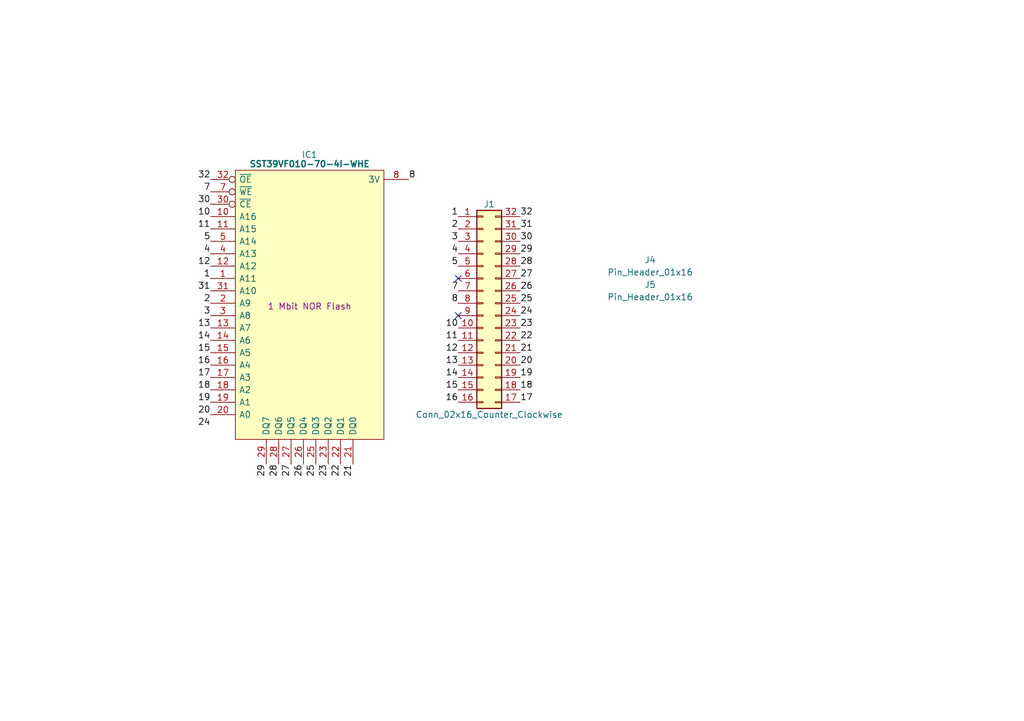
<source format=kicad_sch>
(kicad_sch (version 20250114) (generator "eeschema") (generator_version "9.0")
  (paper "A5")
  (title_block (title "TSSOP32-14mm Adapter") (date "2025-03-14") (rev "V0"))
  (lib_symbols
    (symbol "Connector_Generic:Conn_02x16_Counter_Clockwise" (pin_names (offset 1.016) (hide yes))
      (property "Reference" "J" (at 1.27 20.32 0))
      (property "Value" "Conn_02x16_Counter_Clockwise" (at 1.27 -22.86 0))
      (symbol "Conn_02x16_Counter_Clockwise_1_1"
        (rectangle (start -1.27 19.05) (end 3.81 -21.59) (stroke (width 0.254)) (fill (type background)))
        (rectangle (start -1.27 17.907) (end 0 17.653) (stroke (width 0.1524)))
        (rectangle (start -1.27 15.367) (end 0 15.113) (stroke (width 0.1524)))
        (rectangle (start -1.27 12.827) (end 0 12.573) (stroke (width 0.1524)))
        (rectangle (start -1.27 10.287) (end 0 10.033) (stroke (width 0.1524)))
        (rectangle (start -1.27 7.747) (end 0 7.493) (stroke (width 0.1524)))
        (rectangle (start -1.27 5.207) (end 0 4.953) (stroke (width 0.1524)))
        (rectangle (start -1.27 2.667) (end 0 2.413) (stroke (width 0.1524)))
        (rectangle (start -1.27 0.127) (end 0 -0.127) (stroke (width 0.1524)))
        (rectangle (start -1.27 -2.413) (end 0 -2.667) (stroke (width 0.1524)))
        (rectangle (start -1.27 -4.953) (end 0 -5.207) (stroke (width 0.1524)))
        (rectangle (start -1.27 -7.493) (end 0 -7.747) (stroke (width 0.1524)))
        (rectangle (start -1.27 -10.033) (end 0 -10.287) (stroke (width 0.1524)))
        (rectangle (start -1.27 -12.573) (end 0 -12.827) (stroke (width 0.1524)))
        (rectangle (start -1.27 -15.113) (end 0 -15.367) (stroke (width 0.1524)))
        (rectangle (start -1.27 -17.653) (end 0 -17.907) (stroke (width 0.1524)))
        (rectangle (start -1.27 -20.193) (end 0 -20.447) (stroke (width 0.1524)))
        (rectangle (start 3.81 17.907) (end 2.54 17.653) (stroke (width 0.1524)))
        (rectangle (start 3.81 15.367) (end 2.54 15.113) (stroke (width 0.1524)))
        (rectangle (start 3.81 12.827) (end 2.54 12.573) (stroke (width 0.1524)))
        (rectangle (start 3.81 10.287) (end 2.54 10.033) (stroke (width 0.1524)))
        (rectangle (start 3.81 7.747) (end 2.54 7.493) (stroke (width 0.1524)))
        (rectangle (start 3.81 5.207) (end 2.54 4.953) (stroke (width 0.1524)))
        (rectangle (start 3.81 2.667) (end 2.54 2.413) (stroke (width 0.1524)))
        (rectangle (start 3.81 0.127) (end 2.54 -0.127) (stroke (width 0.1524)))
        (rectangle (start 3.81 -2.413) (end 2.54 -2.667) (stroke (width 0.1524)))
        (rectangle (start 3.81 -4.953) (end 2.54 -5.207) (stroke (width 0.1524)))
        (rectangle (start 3.81 -7.493) (end 2.54 -7.747) (stroke (width 0.1524)))
        (rectangle (start 3.81 -10.033) (end 2.54 -10.287) (stroke (width 0.1524)))
        (rectangle (start 3.81 -12.573) (end 2.54 -12.827) (stroke (width 0.1524)))
        (rectangle (start 3.81 -15.113) (end 2.54 -15.367) (stroke (width 0.1524)))
        (rectangle (start 3.81 -17.653) (end 2.54 -17.907) (stroke (width 0.1524)))
        (rectangle (start 3.81 -20.193) (end 2.54 -20.447) (stroke (width 0.1524)))
        (pin passive line (at -5.08 17.78 0) (length 3.81) (name "Pin_1") (number "1"))
        (pin passive line (at -5.08 15.24 0) (length 3.81) (name "Pin_2") (number "2"))
        (pin passive line (at -5.08 12.7 0) (length 3.81) (name "Pin_3") (number "3"))
        (pin passive line (at -5.08 10.16 0) (length 3.81) (name "Pin_4") (number "4"))
        (pin passive line (at -5.08 7.62 0) (length 3.81) (name "Pin_5") (number "5"))
        (pin passive line (at -5.08 5.08 0) (length 3.81) (name "Pin_6") (number "6"))
        (pin passive line (at -5.08 2.54 0) (length 3.81) (name "Pin_7") (number "7"))
        (pin passive line (at -5.08 0 0) (length 3.81) (name "Pin_8") (number "8"))
        (pin passive line (at -5.08 -2.54 0) (length 3.81) (name "Pin_9") (number "9"))
        (pin passive line (at -5.08 -5.08 0) (length 3.81) (name "Pin_10") (number "10"))
        (pin passive line (at -5.08 -7.62 0) (length 3.81) (name "Pin_11") (number "11"))
        (pin passive line (at -5.08 -10.16 0) (length 3.81) (name "Pin_12") (number "12"))
        (pin passive line (at -5.08 -12.7 0) (length 3.81) (name "Pin_13") (number "13"))
        (pin passive line (at -5.08 -15.24 0) (length 3.81) (name "Pin_14") (number "14"))
        (pin passive line (at -5.08 -17.78 0) (length 3.81) (name "Pin_15") (number "15"))
        (pin passive line (at -5.08 -20.32 0) (length 3.81) (name "Pin_16") (number "16"))
        (pin passive line (at 7.62 17.78 180) (length 3.81) (name "Pin_32") (number "32"))
        (pin passive line (at 7.62 15.24 180) (length 3.81) (name "Pin_31") (number "31"))
        (pin passive line (at 7.62 12.7 180) (length 3.81) (name "Pin_30") (number "30"))
        (pin passive line (at 7.62 10.16 180) (length 3.81) (name "Pin_29") (number "29"))
        (pin passive line (at 7.62 7.62 180) (length 3.81) (name "Pin_28") (number "28"))
        (pin passive line (at 7.62 5.08 180) (length 3.81) (name "Pin_27") (number "27"))
        (pin passive line (at 7.62 2.54 180) (length 3.81) (name "Pin_26") (number "26"))
        (pin passive line (at 7.62 0 180) (length 3.81) (name "Pin_25") (number "25"))
        (pin passive line (at 7.62 -2.54 180) (length 3.81) (name "Pin_24") (number "24"))
        (pin passive line (at 7.62 -5.08 180) (length 3.81) (name "Pin_23") (number "23"))
        (pin passive line (at 7.62 -7.62 180) (length 3.81) (name "Pin_22") (number "22"))
        (pin passive line (at 7.62 -10.16 180) (length 3.81) (name "Pin_21") (number "21"))
        (pin passive line (at 7.62 -12.7 180) (length 3.81) (name "Pin_20") (number "20"))
        (pin passive line (at 7.62 -15.24 180) (length 3.81) (name "Pin_19") (number "19"))
        (pin passive line (at 7.62 -17.78 180) (length 3.81) (name "Pin_18") (number "18"))
        (pin passive line (at 7.62 -20.32 180) (length 3.81) (name "Pin_17") (number "17"))
      )
    )
    (symbol "HCP65:Pin_Header_01x16" (pin_names (offset 1.016) (hide yes))
      (property "Reference" "J" (at 0 1.27 0))
      (property "Value" "Pin_Header_01x16" (at 0 -1.27 0))
    )
    (symbol "Microchip:SST39VF010-70-4I-WHE" (pin_names (offset 0.762))
      (property "Reference" "IC" (at 20.32 5.08 0))
      (property "Value" "SST39VF010-70-4I-WHE" (at 20.32 3.175 0))
      (property "Description" "1 Mbit NOR Flash" (at 20.32 -26.035 0))
      (symbol "SST39VF010-70-4I-WHE_0_0"
        (pin input line (at 0 -7.62 0) (length 5.08) (name "A16") (number "10"))
        (pin input line (at 0 -10.16 0) (length 5.08) (name "A15") (number "11"))
        (pin input line (at 0 -12.7 0) (length 5.08) (name "A14") (number "5"))
        (pin input line (at 0 -15.24 0) (length 5.08) (name "A13") (number "4"))
        (pin input line (at 0 -17.78 0) (length 5.08) (name "A12") (number "12"))
        (pin input line (at 0 -20.32 0) (length 5.08) (name "A11") (number "1"))
        (pin input line (at 0 -22.86 0) (length 5.08) (name "A10") (number "31"))
        (pin input line (at 0 -25.4 0) (length 5.08) (name "A9") (number "2"))
        (pin input line (at 0 -27.94 0) (length 5.08) (name "A8") (number "3"))
        (pin input line (at 0 -30.48 0) (length 5.08) (name "A7") (number "13"))
        (pin input line (at 0 -33.02 0) (length 5.08) (name "A6") (number "14"))
        (pin input line (at 0 -35.56 0) (length 5.08) (name "A5") (number "15"))
        (pin input line (at 0 -38.1 0) (length 5.08) (name "A4") (number "16"))
        (pin input line (at 0 -40.64 0) (length 5.08) (name "A3") (number "17"))
        (pin input line (at 0 -43.18 0) (length 5.08) (name "A2") (number "18"))
        (pin input line (at 0 -45.72 0) (length 5.08) (name "A1") (number "19"))
        (pin input line (at 0 -48.26 0) (length 5.08) (name "A0") (number "20"))
        (pin tri_state line (at 11.43 -58.42 90) (length 5.08) (name "DQ7") (number "29"))
        (pin tri_state line (at 13.97 -58.42 90) (length 5.08) (name "DQ6") (number "28"))
        (pin tri_state line (at 16.51 -58.42 90) (length 5.08) (name "DQ5") (number "27"))
        (pin tri_state line (at 19.05 -58.42 90) (length 5.08) (name "DQ4") (number "26"))
        (pin tri_state line (at 21.59 -58.42 90) (length 5.08) (name "DQ3") (number "25"))
        (pin tri_state line (at 24.13 -58.42 90) (length 5.08) (name "DQ2") (number "23"))
        (pin tri_state line (at 26.67 -58.42 90) (length 5.08) (name "DQ1") (number "22"))
        (pin tri_state line (at 29.21 -58.42 90) (length 5.08) (name "DQ0") (number "21"))
      )
      (symbol "SST39VF010-70-4I-WHE_0_1"
        (polyline (pts (xy 5.08 1.905) (xy 35.56 1.905) (xy 35.56 -53.34) (xy 5.08 -53.34) (xy 5.08 1.905)) (stroke (width 0.1524)) (fill (type background)))
      )
      (symbol "SST39VF010-70-4I-WHE_1_0"
        (pin input inverted (at 0 0 0) (length 5.08) (name "~{OE}") (number "32"))
        (pin input inverted (at 0 -2.54 0) (length 5.08) (name "~{WE}") (number "7"))
        (pin input inverted (at 0 -5.08 0) (length 5.08) (name "~{CE}") (number "30"))
        (pin passive line (at 0 -50.8 0) (length 5.08) (hide yes) (name "GND") (number "24"))
        (pin passive line (at 40.64 0 180) (length 5.08) (name "3V") (number "8"))
        (pin no_connect line (at 40.64 -2.54 180) (length 5.08) (hide yes) (name "N.C.") (number "9"))
        (pin no_connect line (at 40.64 -5.08 180) (length 5.08) (hide yes) (name "N.C.") (number "6"))
      )
    )
  )
  (no_connect (at 93.98 64.77))
  (no_connect (at 93.98 57.15))
  (label "20" (at 43.18 85.09 180))
  (label "11" (at 43.18 46.99 180))
  (label "14" (at 43.18 69.85 180))
  (label "18" (at 43.18 80.01 180))
  (label "24" (at 106.68 64.77 0))
  (label "24" (at 43.18 87.63 180))
  (label "13" (at 43.18 67.31 180))
  (label "5" (at 93.98 54.61 180))
  (label "28" (at 57.15 95.25 270))
  (label "23" (at 67.31 95.25 270))
  (label "13" (at 93.98 74.93 180))
  (label "23" (at 106.68 67.31 0))
  (label "22" (at 106.68 69.85 0))
  (label "27" (at 106.68 57.15 0))
  (label "18" (at 106.68 80.01 0))
  (label "27" (at 59.69 95.25 270))
  (label "32" (at 106.68 44.45 0))
  (label "26" (at 106.68 59.69 0))
  (label "15" (at 93.98 80.01 180))
  (label "7" (at 93.98 59.69 180))
  (label "14" (at 93.98 77.47 180))
  (label "10" (at 93.98 67.31 180))
  (label "2" (at 43.18 62.23 180))
  (label "17" (at 106.68 82.55 0))
  (label "28" (at 106.68 54.61 0))
  (label "19" (at 106.68 77.47 0))
  (label "2" (at 93.98 46.99 180))
  (label "3" (at 43.18 64.77 180))
  (label "32" (at 43.18 36.83 180))
  (label "8" (at 93.98 62.23 180))
  (label "1" (at 93.98 44.45 180))
  (label "12" (at 93.98 72.39 180))
  (label "25" (at 106.68 62.23 0))
  (label "4" (at 93.98 52.07 180))
  (label "20" (at 106.68 74.93 0))
  (label "17" (at 43.18 77.47 180))
  (label "1" (at 43.18 57.15 180))
  (label "31" (at 106.68 46.99 0))
  (label "26" (at 62.23 95.25 270))
  (label "19" (at 43.18 82.55 180))
  (label "21" (at 72.39 95.25 270))
  (label "15" (at 43.18 72.39 180))
  (label "30" (at 106.68 49.53 0))
  (label "21" (at 106.68 72.39 0))
  (label "31" (at 43.18 59.69 180))
  (label "16" (at 43.18 74.93 180))
  (label "12" (at 43.18 54.61 180))
  (label "29" (at 106.68 52.07 0))
  (label "7" (at 43.18 39.37 180))
  (label "8" (at 83.82 36.83 0))
  (label "30" (at 43.18 41.91 180))
  (label "4" (at 43.18 52.07 180))
  (label "11" (at 93.98 69.85 180))
  (label "3" (at 93.98 49.53 180))
  (label "25" (at 64.77 95.25 270))
  (label "29" (at 54.61 95.25 270))
  (label "22" (at 69.85 95.25 270))
  (label "16" (at 93.98 82.55 180))
  (label "5" (at 43.18 49.53 180))
  (label "10" (at 43.18 44.45 180))
  (symbol (lib_id "Microchip:SST39VF010-70-4I-WHE") (at 43.18 36.83 0) (unit 1)
    (property "Reference" "IC1" (at 63.5 31.75 0))
    (property "Value" "SST39VF010-70-4I-WHE" (at 63.5 33.655 0) (effects (font (thickness 0.254) (bold yes))))
    (property "Footprint" "SamacSys_Parts:SOP50P1400X120-32N" (effects (hide yes)))
    (property "Datasheet" "https://ww1.microchip.com/downloads/en/DeviceDoc/20005023B.pdf" (effects (hide yes)))
    (property "Description" "1 Mbit NOR Flash" (at 63.5 62.865 0))
    (property "Height" "1.2" (effects (hide yes)))
    (property "Manufacturer_Name" "Microchip" (effects (hide yes)))
    (property "Manufacturer_Part_Number" "SST39VF010-70-4I-WHE-T" (effects (hide yes)))
    (property "Mouser Part Number" "579-39VF0107IWHET" (effects (hide yes)))
    (property "Mouser Price/Stock" "https://www.mouser.co.uk/ProductDetail/Microchip-Technology/SST39VF010-70-4I-WHE-T?qs=Ot24P6tC%2FQ4B9oZpWUm8VA%3D%3D" (effects (hide yes)))
    (property "Silkscreen" "SST39VF010-70" (effects (hide yes)))
  )
  (symbol (lib_id "HCP65:Pin_Header_01x16") (at 133.35 54.61 0) (unit 1)
    (property "Reference" "J4" (at 133.35 53.34 0))
    (property "Value" "Pin_Header_01x16" (at 133.35 55.88 0))
    (property "Footprint" "SamacSys_Parts:PinHeader_1x16_P2.54mm_Vertical" (effects (hide yes)))
  )
  (symbol (lib_id "Connector_Generic:Conn_02x16_Counter_Clockwise") (at 99.06 62.23 0) (unit 1)
    (property "Reference" "J1" (at 100.33 41.91 0))
    (property "Value" "Conn_02x16_Counter_Clockwise" (at 100.33 85.09 0))
    (property "Footprint" "Package_DIP:DIP-32_W15.24mm_Socket" (effects (hide yes)))
    (property "Description" "Generic connector, double row, 02x16, counter clockwise pin numbering scheme (similar to DIP package numbering), script generated (kicad-library-utils/schlib/autogen/connector/)" (effects (hide yes)))
  )
  (symbol (lib_id "HCP65:Pin_Header_01x16") (at 133.35 59.69 0) (unit 1)
    (property "Reference" "J5" (at 133.35 58.42 0))
    (property "Value" "Pin_Header_01x16" (at 133.35 60.96 0))
    (property "Footprint" "SamacSys_Parts:PinHeader_1x16_P2.54mm_Vertical" (effects (hide yes)))
  )
)
</source>
